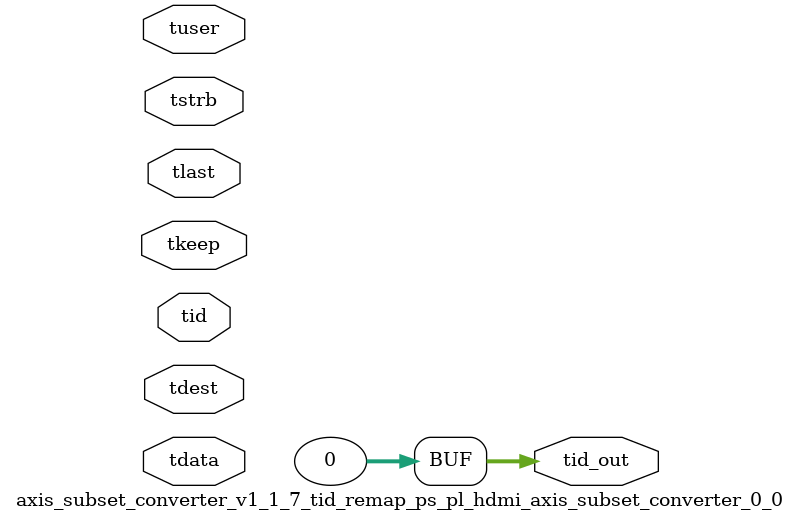
<source format=v>


`timescale 1ps/1ps

module axis_subset_converter_v1_1_7_tid_remap_ps_pl_hdmi_axis_subset_converter_0_0 #
(
parameter C_S_AXIS_TID_WIDTH   = 1,
parameter C_S_AXIS_TUSER_WIDTH = 0,
parameter C_S_AXIS_TDATA_WIDTH = 0,
parameter C_S_AXIS_TDEST_WIDTH = 0,
parameter C_M_AXIS_TID_WIDTH   = 32
)
(
input  [(C_S_AXIS_TID_WIDTH   == 0 ? 1 : C_S_AXIS_TID_WIDTH)-1:0       ] tid,
input  [(C_S_AXIS_TDATA_WIDTH == 0 ? 1 : C_S_AXIS_TDATA_WIDTH)-1:0     ] tdata,
input  [(C_S_AXIS_TUSER_WIDTH == 0 ? 1 : C_S_AXIS_TUSER_WIDTH)-1:0     ] tuser,
input  [(C_S_AXIS_TDEST_WIDTH == 0 ? 1 : C_S_AXIS_TDEST_WIDTH)-1:0     ] tdest,
input  [(C_S_AXIS_TDATA_WIDTH/8)-1:0 ] tkeep,
input  [(C_S_AXIS_TDATA_WIDTH/8)-1:0 ] tstrb,
input                                                                    tlast,
output [(C_M_AXIS_TID_WIDTH   == 0 ? 1 : C_M_AXIS_TID_WIDTH)-1:0       ] tid_out
);

assign tid_out = {1'b0};

endmodule


</source>
